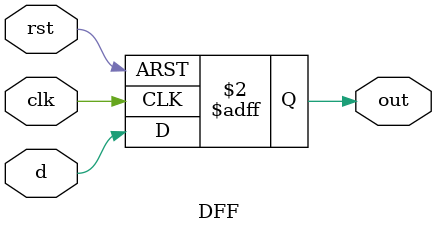
<source format=v>
`timescale 1ns / 1ps
module DFF(d,out,clk,rst);
input d, rst, clk;
output out;
reg out;

always@(posedge clk or posedge rst)
	begin
	
		if(rst) out <= 0;
		else out <= d;
	end
	
endmodule

</source>
